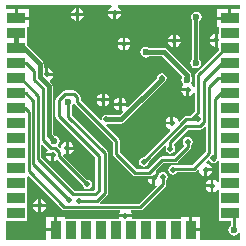
<source format=gtl>
G04*
G04 #@! TF.GenerationSoftware,Altium Limited,Altium Designer,18.0.11 (651)*
G04*
G04 Layer_Physical_Order=1*
G04 Layer_Color=255*
%FSAX44Y44*%
%MOMM*%
G71*
G01*
G75*
%ADD15R,1.5000X0.9000*%
%ADD16R,1.5000X0.9500*%
%ADD17R,0.9500X1.5000*%
%ADD18C,0.2540*%
%ADD19C,0.4000*%
%ADD20C,0.3500*%
%ADD21C,0.2500*%
%ADD22C,0.5000*%
%ADD23C,0.6000*%
G36*
X01068832Y00918718D02*
Y00915500D01*
X01061446D01*
Y00908000D01*
X01060196D01*
Y00906750D01*
X01049696D01*
Y00900500D01*
X01051196D01*
Y00895644D01*
X01049946Y00894668D01*
Y00889289D01*
Y00883910D01*
X01051196Y00882934D01*
Y00881061D01*
X01031753Y00861618D01*
X01031141Y00860702D01*
X01030926Y00859621D01*
X01030926Y00859621D01*
Y00850443D01*
X01029656Y00850058D01*
X01028715Y00851465D01*
X01027905Y00852007D01*
X01026994Y00852756D01*
X01027989Y00854244D01*
X01028338Y00856000D01*
X01027989Y00857756D01*
X01027319Y00858759D01*
Y00860000D01*
X01027047Y00861366D01*
X01026273Y00862523D01*
X01007023Y00881773D01*
X01005866Y00882547D01*
X01004500Y00882819D01*
X00992009D01*
X00991006Y00883489D01*
X00989250Y00883838D01*
X00987494Y00883489D01*
X00986006Y00882494D01*
X00985011Y00881006D01*
X00984662Y00879250D01*
X00985011Y00877494D01*
X00986006Y00876006D01*
X00987494Y00875011D01*
X00989250Y00874662D01*
X00991006Y00875011D01*
X00992009Y00875681D01*
X01003022D01*
X01020086Y00858617D01*
X01019511Y00857756D01*
X01019162Y00856000D01*
X01019511Y00854244D01*
X01020506Y00852756D01*
X01020588Y00852701D01*
X01020589Y00851172D01*
X01019569Y00849646D01*
X01019391Y00848750D01*
X01024750D01*
Y00847500D01*
X01026000D01*
Y00842141D01*
X01026896Y00842319D01*
X01028715Y00843535D01*
X01029656Y00844942D01*
X01030926Y00844557D01*
Y00829670D01*
X01026330Y00825074D01*
X01023500D01*
X01022419Y00824859D01*
X01021503Y00824247D01*
X01021503Y00824247D01*
X01017752Y00820496D01*
X01016536Y00820865D01*
X01016431Y00821396D01*
X01015215Y00823215D01*
X01013396Y00824431D01*
X01012500Y00824609D01*
Y00819250D01*
X01011250D01*
Y00818000D01*
X01005891D01*
X01006069Y00817104D01*
X01007285Y00815285D01*
X01009104Y00814069D01*
X01009635Y00813963D01*
X01010004Y00812748D01*
X00987570Y00790314D01*
X00987500Y00790328D01*
X00985939Y00790018D01*
X00984616Y00789134D01*
X00983732Y00787811D01*
X00983422Y00786250D01*
X00983732Y00784689D01*
X00984616Y00783366D01*
X00985939Y00782482D01*
X00987500Y00782172D01*
X00989061Y00782482D01*
X00990384Y00783366D01*
X00991268Y00784689D01*
X00991578Y00786250D01*
X00991564Y00786320D01*
X01005510Y00800266D01*
X01006496Y00799456D01*
X01006232Y00799061D01*
X01005922Y00797500D01*
X01006232Y00795939D01*
X01007116Y00794616D01*
X01008439Y00793732D01*
X01010000Y00793422D01*
X01011561Y00793732D01*
X01012884Y00794616D01*
X01013768Y00795939D01*
X01014078Y00797500D01*
X01013768Y00799061D01*
X01012884Y00800384D01*
X01012824Y00800424D01*
Y00801867D01*
X01024508Y00813551D01*
X01034875D01*
X01034875Y00813551D01*
X01035956Y00813766D01*
X01036872Y00814378D01*
X01038752Y00816258D01*
X01039926Y00815772D01*
Y00794623D01*
X01028627Y00783324D01*
X01013768D01*
X01012299Y00783616D01*
X01010739Y00783306D01*
X01009416Y00782422D01*
X01008531Y00781099D01*
X01008221Y00779538D01*
X01008531Y00777977D01*
X01009416Y00776654D01*
X01010739Y00775770D01*
X01012299Y00775460D01*
X01013860Y00775770D01*
X01015183Y00776654D01*
X01015866Y00777676D01*
X01029797D01*
X01029797Y00777676D01*
X01030878Y00777891D01*
X01031794Y00778503D01*
X01032922Y00779631D01*
X01034258Y00779170D01*
X01034569Y00777604D01*
X01035785Y00775785D01*
X01037604Y00774569D01*
X01038500Y00774391D01*
Y00779750D01*
X01039750D01*
Y00781000D01*
X01045109D01*
X01044931Y00781896D01*
X01043715Y00783715D01*
X01041896Y00784931D01*
X01040330Y00785242D01*
X01039869Y00786578D01*
X01041527Y00788235D01*
X01042950Y00787863D01*
X01043616Y00786866D01*
X01044478Y00786290D01*
X01044503Y00786253D01*
X01045419Y00785641D01*
X01046500Y00785426D01*
X01047581Y00785641D01*
X01048497Y00786253D01*
X01048560Y00786315D01*
X01049384Y00786866D01*
X01049926Y00787678D01*
X01051196Y00787450D01*
Y00787250D01*
X01051196D01*
Y00774750D01*
X01051196D01*
Y00774550D01*
X01051196D01*
Y00769287D01*
X01049926Y00768902D01*
X01049215Y00769965D01*
X01047396Y00771181D01*
X01046500Y00771359D01*
Y00766000D01*
Y00760641D01*
X01047396Y00760819D01*
X01049215Y00762035D01*
X01049362Y00762255D01*
X01050939Y00762329D01*
X01051196Y00762050D01*
Y00761850D01*
X01051196D01*
Y00749350D01*
X01051196D01*
Y00749150D01*
X01051196D01*
Y00736650D01*
X01060926D01*
Y00732025D01*
X01060506Y00731744D01*
X01059511Y00730256D01*
X01059162Y00728500D01*
X01059511Y00726744D01*
X01060506Y00725256D01*
X01061994Y00724261D01*
X01063750Y00723912D01*
X01065506Y00724261D01*
X01066994Y00725256D01*
X01067562Y00726105D01*
X01068832Y00725720D01*
Y00720090D01*
X01034846D01*
Y00727650D01*
X01027096D01*
Y00728900D01*
X01025846D01*
Y00739400D01*
X01019346D01*
Y00737900D01*
X01008146D01*
Y00737900D01*
X01007946D01*
Y00737900D01*
X00995446D01*
Y00737900D01*
X00995246D01*
Y00737900D01*
X00982746D01*
Y00737900D01*
X00982546D01*
Y00737900D01*
X00978122D01*
X00977293Y00739170D01*
X00977359Y00739500D01*
X00966641D01*
X00966707Y00739170D01*
X00965878Y00737900D01*
X00957346D01*
Y00737900D01*
X00957146D01*
Y00737900D01*
X00944646D01*
Y00737900D01*
X00944446D01*
Y00737900D01*
X00931946D01*
Y00737900D01*
X00931746D01*
Y00737900D01*
X00920546D01*
Y00739400D01*
X00914046D01*
Y00728900D01*
X00912796D01*
Y00727650D01*
X00905046D01*
Y00720090D01*
X00870712D01*
Y00736650D01*
X00888696D01*
Y00749150D01*
X00888696D01*
Y00749350D01*
X00888696D01*
Y00761850D01*
X00888696D01*
Y00762050D01*
X00888696D01*
Y00773764D01*
X00889966Y00774290D01*
X00918023Y00746233D01*
X00918023Y00746233D01*
X00918939Y00745621D01*
X00920020Y00745406D01*
X00966969D01*
X00967647Y00744136D01*
X00966819Y00742896D01*
X00966641Y00742000D01*
X00977359D01*
X00977181Y00742896D01*
X00976352Y00744136D01*
X00977031Y00745406D01*
X00984480D01*
X00984480Y00745406D01*
X00985561Y00745621D01*
X00986477Y00746233D01*
X01005497Y00765253D01*
X01006109Y00766169D01*
X01006324Y00767250D01*
X01006324Y00767250D01*
Y00770826D01*
X01006384Y00770866D01*
X01007268Y00772189D01*
X01007578Y00773750D01*
X01007268Y00775311D01*
X01006384Y00776634D01*
X01005061Y00777518D01*
X01003500Y00777828D01*
X01001939Y00777518D01*
X01001260Y00777064D01*
X00999965Y00776715D01*
X00998491Y00777701D01*
X00998125Y00779131D01*
X01004420Y00785426D01*
X01014203D01*
X01014203Y00785426D01*
X01015284Y00785641D01*
X01016200Y00786253D01*
X01026797Y00796850D01*
X01026797Y00796850D01*
X01027409Y00797766D01*
X01027624Y00798847D01*
X01027624Y00798847D01*
Y00800366D01*
X01027684Y00800405D01*
X01028568Y00801729D01*
X01028878Y00803289D01*
X01028568Y00804850D01*
X01027684Y00806173D01*
X01026361Y00807057D01*
X01024800Y00807367D01*
X01023239Y00807057D01*
X01021916Y00806173D01*
X01021032Y00804850D01*
X01020722Y00803289D01*
X01021032Y00801729D01*
X01021916Y00800405D01*
X01021269Y00799310D01*
X01013033Y00791074D01*
X01003250D01*
X01003250Y00791074D01*
X01002169Y00790859D01*
X01001253Y00790247D01*
X00991080Y00780074D01*
X00981420D01*
X00967074Y00794420D01*
Y00804250D01*
X00966859Y00805331D01*
X00966247Y00806247D01*
X00966247Y00806247D01*
X00955557Y00816937D01*
X00955623Y00817358D01*
X00956057Y00818233D01*
X00957311Y00818482D01*
X00957609Y00818681D01*
X00968500D01*
X00969866Y00818953D01*
X00971023Y00819727D01*
X01005273Y00853977D01*
X01005453Y00854245D01*
X01005634Y00854366D01*
X01006518Y00855689D01*
X01006828Y00857250D01*
X01006518Y00858811D01*
X01005634Y00860134D01*
X01004311Y00861018D01*
X01002750Y00861328D01*
X01001189Y00861018D01*
X00999866Y00860134D01*
X00998982Y00858811D01*
X00998726Y00857523D01*
X00973770Y00832567D01*
X00973268Y00832815D01*
X00972723Y00833316D01*
X00972859Y00834000D01*
X00968750D01*
Y00829891D01*
X00969434Y00830027D01*
X00969935Y00829482D01*
X00970183Y00828980D01*
X00967022Y00825819D01*
X00957609D01*
X00957311Y00826018D01*
X00955750Y00826328D01*
X00954189Y00826018D01*
X00952866Y00825134D01*
X00951982Y00823811D01*
X00951733Y00822557D01*
X00950858Y00822123D01*
X00950437Y00822057D01*
X00934074Y00838420D01*
Y00841250D01*
X00933859Y00842331D01*
X00933247Y00843247D01*
X00930497Y00845997D01*
X00929581Y00846609D01*
X00928500Y00846824D01*
X00928500Y00846824D01*
X00920761D01*
X00920761Y00846824D01*
X00919681Y00846609D01*
X00918764Y00845997D01*
X00913503Y00840736D01*
X00912891Y00839819D01*
X00912676Y00838739D01*
X00912676Y00838738D01*
Y00825000D01*
X00912676Y00825000D01*
X00912891Y00823919D01*
X00913503Y00823003D01*
X00946426Y00790080D01*
Y00763170D01*
X00944850Y00761594D01*
X00928900D01*
X00900830Y00789664D01*
Y00800266D01*
X00902004Y00800752D01*
X00906285Y00796471D01*
X00906285Y00796465D01*
X00905069Y00794646D01*
X00904891Y00793750D01*
X00910250D01*
Y00792500D01*
X00911500D01*
Y00787141D01*
X00912396Y00787319D01*
X00914215Y00788535D01*
X00914221Y00788535D01*
X00935436Y00767320D01*
X00935422Y00767250D01*
X00935732Y00765689D01*
X00936616Y00764366D01*
X00937939Y00763482D01*
X00939500Y00763172D01*
X00941061Y00763482D01*
X00942384Y00764366D01*
X00943268Y00765689D01*
X00943578Y00767250D01*
X00943268Y00768811D01*
X00942384Y00770134D01*
X00941061Y00771018D01*
X00939500Y00771328D01*
X00939430Y00771314D01*
X00919021Y00791723D01*
X00919105Y00792293D01*
X00920480Y00792902D01*
X00920604Y00792819D01*
X00921500Y00792641D01*
Y00798000D01*
Y00803359D01*
X00920604Y00803181D01*
X00918785Y00801965D01*
X00917569Y00800146D01*
X00917283Y00798710D01*
X00916139Y00798363D01*
X00915120Y00799165D01*
X00914994Y00800506D01*
X00915989Y00801994D01*
X00916338Y00803750D01*
X00915989Y00805506D01*
X00914994Y00806994D01*
X00913506Y00807989D01*
X00912322Y00808224D01*
X00910385Y00810162D01*
Y00850449D01*
X00910113Y00851814D01*
X00909339Y00852972D01*
X00908057Y00854254D01*
X00908231Y00855877D01*
X00909215Y00856535D01*
X00910431Y00858354D01*
X00910609Y00859250D01*
X00905250D01*
Y00860500D01*
X00904000D01*
Y00865948D01*
X00902819Y00866901D01*
Y00869000D01*
X00902547Y00870366D01*
X00901773Y00871523D01*
X00888696Y00884601D01*
Y00888600D01*
X00888696D01*
Y00889300D01*
X00888696D01*
Y00900500D01*
X00890196D01*
Y00906750D01*
X00879696D01*
Y00908000D01*
X00878446D01*
Y00915500D01*
X00870712D01*
Y00918972D01*
X00959876D01*
X00960262Y00917702D01*
X00958785Y00916715D01*
X00957569Y00914896D01*
X00957391Y00914000D01*
X00968109D01*
X00967931Y00914896D01*
X00966715Y00916715D01*
X00965238Y00917702D01*
X00965624Y00918972D01*
X01068578D01*
X01068832Y00918718D01*
D02*
G37*
G36*
X00929253Y00835253D02*
X00961426Y00803080D01*
Y00793250D01*
X00961426Y00793250D01*
X00961641Y00792169D01*
X00962253Y00791253D01*
X00978253Y00775253D01*
X00978253Y00775253D01*
X00979169Y00774641D01*
X00980250Y00774426D01*
X00980250Y00774426D01*
X00989725D01*
X00990074Y00774000D01*
X00996000D01*
Y00772750D01*
X00997250D01*
Y00766996D01*
X00998244Y00766294D01*
X00998284Y00766028D01*
X00983310Y00751054D01*
X00950816D01*
X00950290Y00752324D01*
X00956233Y00758267D01*
X00956840Y00759177D01*
X00957054Y00760250D01*
Y00793750D01*
X00956840Y00794823D01*
X00956233Y00795733D01*
X00926293Y00825673D01*
Y00833711D01*
X00926734Y00834006D01*
X00927647Y00835371D01*
X00928306Y00835529D01*
X00929039Y00835573D01*
X00929253Y00835253D01*
D02*
G37*
%LPC*%
G36*
X00932500Y00916609D02*
Y00912500D01*
X00936609D01*
X00936431Y00913396D01*
X00935215Y00915215D01*
X00933396Y00916431D01*
X00932500Y00916609D01*
D02*
G37*
G36*
X00930000D02*
X00929104Y00916431D01*
X00927285Y00915215D01*
X00926069Y00913396D01*
X00925891Y00912500D01*
X00930000D01*
Y00916609D01*
D02*
G37*
G36*
X01058946Y00915500D02*
X01049696D01*
Y00909250D01*
X01058946D01*
Y00915500D01*
D02*
G37*
G36*
X00890196D02*
X00880946D01*
Y00909250D01*
X00890196D01*
Y00915500D01*
D02*
G37*
G36*
X00968109Y00911500D02*
X00964000D01*
Y00907391D01*
X00964896Y00907569D01*
X00966715Y00908785D01*
X00967931Y00910604D01*
X00968109Y00911500D01*
D02*
G37*
G36*
X00961500D02*
X00957391D01*
X00957569Y00910604D01*
X00958785Y00908785D01*
X00960604Y00907569D01*
X00961500Y00907391D01*
Y00911500D01*
D02*
G37*
G36*
X00936609Y00910000D02*
X00932500D01*
Y00905891D01*
X00933396Y00906069D01*
X00935215Y00907285D01*
X00936431Y00909104D01*
X00936609Y00910000D01*
D02*
G37*
G36*
X00930000D02*
X00925891D01*
X00926069Y00909104D01*
X00927285Y00907285D01*
X00929104Y00906069D01*
X00930000Y00905891D01*
Y00910000D01*
D02*
G37*
G36*
X01047446Y00894648D02*
X01046550Y00894470D01*
X01044731Y00893254D01*
X01043515Y00891435D01*
X01043337Y00890539D01*
X01047446D01*
Y00894648D01*
D02*
G37*
G36*
X01014500Y00894109D02*
Y00890000D01*
X01018609D01*
X01018431Y00890896D01*
X01017215Y00892715D01*
X01015396Y00893931D01*
X01014500Y00894109D01*
D02*
G37*
G36*
X01012000D02*
X01011104Y00893931D01*
X01009285Y00892715D01*
X01008069Y00890896D01*
X01007891Y00890000D01*
X01012000D01*
Y00894109D01*
D02*
G37*
G36*
X00972000Y00891609D02*
Y00887500D01*
X00976109D01*
X00975931Y00888396D01*
X00974715Y00890215D01*
X00972896Y00891431D01*
X00972000Y00891609D01*
D02*
G37*
G36*
X00969500D02*
X00968604Y00891431D01*
X00966785Y00890215D01*
X00965569Y00888396D01*
X00965391Y00887500D01*
X00969500D01*
Y00891609D01*
D02*
G37*
G36*
X01047446Y00888039D02*
X01043337D01*
X01043515Y00887143D01*
X01044731Y00885324D01*
X01046550Y00884108D01*
X01047446Y00883930D01*
Y00888039D01*
D02*
G37*
G36*
X01018609Y00887500D02*
X01014500D01*
Y00883391D01*
X01015396Y00883569D01*
X01017215Y00884785D01*
X01018431Y00886604D01*
X01018609Y00887500D01*
D02*
G37*
G36*
X01012000D02*
X01007891D01*
X01008069Y00886604D01*
X01009285Y00884785D01*
X01011104Y00883569D01*
X01012000Y00883391D01*
Y00887500D01*
D02*
G37*
G36*
X00976109Y00885000D02*
X00972000D01*
Y00880891D01*
X00972896Y00881069D01*
X00974715Y00882285D01*
X00975931Y00884104D01*
X00976109Y00885000D01*
D02*
G37*
G36*
X00969500D02*
X00965391D01*
X00965569Y00884104D01*
X00966785Y00882285D01*
X00968604Y00881069D01*
X00969500Y00880891D01*
Y00885000D01*
D02*
G37*
G36*
X01032000Y00913588D02*
X01030244Y00913239D01*
X01028756Y00912244D01*
X01027761Y00910756D01*
X01027412Y00909000D01*
X01027761Y00907244D01*
X01027987Y00906907D01*
Y00873183D01*
X01027061Y00871798D01*
X01026712Y00870042D01*
X01027061Y00868287D01*
X01028056Y00866798D01*
X01029545Y00865804D01*
X01031300Y00865454D01*
X01033056Y00865804D01*
X01034545Y00866798D01*
X01035539Y00868287D01*
X01035889Y00870042D01*
X01035539Y00871798D01*
X01034614Y00873183D01*
Y00905334D01*
X01035244Y00905756D01*
X01036239Y00907244D01*
X01036588Y00909000D01*
X01036239Y00910756D01*
X01035244Y00912244D01*
X01033756Y00913239D01*
X01032000Y00913588D01*
D02*
G37*
G36*
X00906500Y00865859D02*
Y00861750D01*
X00910609D01*
X00910431Y00862646D01*
X00909215Y00864465D01*
X00907396Y00865681D01*
X00906500Y00865859D01*
D02*
G37*
G36*
X01023500Y00846250D02*
X01019391D01*
X01019569Y00845354D01*
X01020785Y00843535D01*
X01022604Y00842319D01*
X01023500Y00842141D01*
Y00846250D01*
D02*
G37*
G36*
X00954250Y00844109D02*
Y00840000D01*
X00958359D01*
X00958181Y00840896D01*
X00956965Y00842715D01*
X00955146Y00843931D01*
X00954250Y00844109D01*
D02*
G37*
G36*
X00951750D02*
X00950854Y00843931D01*
X00949035Y00842715D01*
X00947819Y00840896D01*
X00947641Y00840000D01*
X00951750D01*
Y00844109D01*
D02*
G37*
G36*
X00968750Y00840609D02*
Y00836500D01*
X00972859D01*
X00972681Y00837396D01*
X00971465Y00839215D01*
X00969646Y00840431D01*
X00968750Y00840609D01*
D02*
G37*
G36*
X00966250D02*
X00965354Y00840431D01*
X00963535Y00839215D01*
X00962319Y00837396D01*
X00962141Y00836500D01*
X00966250D01*
Y00840609D01*
D02*
G37*
G36*
X00958359Y00837500D02*
X00954250D01*
Y00833391D01*
X00955146Y00833569D01*
X00956965Y00834785D01*
X00958181Y00836604D01*
X00958359Y00837500D01*
D02*
G37*
G36*
X00951750D02*
X00947641D01*
X00947819Y00836604D01*
X00949035Y00834785D01*
X00950854Y00833569D01*
X00951750Y00833391D01*
Y00837500D01*
D02*
G37*
G36*
X00966250Y00834000D02*
X00962141D01*
X00962319Y00833104D01*
X00963535Y00831285D01*
X00965354Y00830069D01*
X00966250Y00829891D01*
Y00834000D01*
D02*
G37*
G36*
X01010000Y00824609D02*
X01009104Y00824431D01*
X01007285Y00823215D01*
X01006069Y00821396D01*
X01005891Y00820500D01*
X01010000D01*
Y00824609D01*
D02*
G37*
G36*
X00924000Y00803359D02*
Y00799250D01*
X00928109D01*
X00927931Y00800146D01*
X00926715Y00801965D01*
X00924896Y00803181D01*
X00924000Y00803359D01*
D02*
G37*
G36*
X00928109Y00796750D02*
X00924000D01*
Y00792641D01*
X00924896Y00792819D01*
X00926715Y00794035D01*
X00927931Y00795854D01*
X00928109Y00796750D01*
D02*
G37*
G36*
X00909000Y00791250D02*
X00904891D01*
X00905069Y00790354D01*
X00906285Y00788535D01*
X00908104Y00787319D01*
X00909000Y00787141D01*
Y00791250D01*
D02*
G37*
G36*
X01045109Y00778500D02*
X01041000D01*
Y00774391D01*
X01041896Y00774569D01*
X01043715Y00775785D01*
X01044931Y00777604D01*
X01045109Y00778500D01*
D02*
G37*
G36*
X01044000Y00771359D02*
X01043104Y00771181D01*
X01041285Y00769965D01*
X01040069Y00768146D01*
X01039891Y00767250D01*
X01044000D01*
Y00771359D01*
D02*
G37*
G36*
Y00764750D02*
X01039891D01*
X01040069Y00763854D01*
X01041285Y00762035D01*
X01043104Y00760819D01*
X01044000Y00760641D01*
Y00764750D01*
D02*
G37*
G36*
X00900500Y00754859D02*
Y00750750D01*
X00904609D01*
X00904431Y00751646D01*
X00903215Y00753465D01*
X00901396Y00754681D01*
X00900500Y00754859D01*
D02*
G37*
G36*
X00898000D02*
X00897104Y00754681D01*
X00895285Y00753465D01*
X00894069Y00751646D01*
X00893891Y00750750D01*
X00898000D01*
Y00754859D01*
D02*
G37*
G36*
X00904609Y00748250D02*
X00900500D01*
Y00744141D01*
X00901396Y00744319D01*
X00903215Y00745535D01*
X00904431Y00747354D01*
X00904609Y00748250D01*
D02*
G37*
G36*
X00898000D02*
X00893891D01*
X00894069Y00747354D01*
X00895285Y00745535D01*
X00897104Y00744319D01*
X00898000Y00744141D01*
Y00748250D01*
D02*
G37*
G36*
X01034846Y00739400D02*
X01028346D01*
Y00730150D01*
X01034846D01*
Y00739400D01*
D02*
G37*
G36*
X00911546D02*
X00905046D01*
Y00730150D01*
X00911546D01*
Y00739400D01*
D02*
G37*
G36*
X00994750Y00771500D02*
X00990641D01*
X00990819Y00770604D01*
X00992035Y00768785D01*
X00993854Y00767569D01*
X00994750Y00767391D01*
Y00771500D01*
D02*
G37*
%LPD*%
D15*
X01060196Y00908000D02*
D03*
Y00895300D02*
D03*
Y00882600D02*
D03*
X00879696D02*
D03*
Y00895300D02*
D03*
Y00908000D02*
D03*
D16*
X01060196Y00869900D02*
D03*
Y00857200D02*
D03*
Y00844500D02*
D03*
Y00831800D02*
D03*
Y00819100D02*
D03*
Y00806400D02*
D03*
Y00793700D02*
D03*
Y00781000D02*
D03*
Y00768300D02*
D03*
Y00755600D02*
D03*
Y00742900D02*
D03*
X00879696D02*
D03*
Y00755600D02*
D03*
Y00768300D02*
D03*
Y00781000D02*
D03*
Y00793700D02*
D03*
Y00806400D02*
D03*
Y00819100D02*
D03*
Y00831800D02*
D03*
Y00844500D02*
D03*
Y00857200D02*
D03*
Y00869900D02*
D03*
D17*
X01027096Y00728900D02*
D03*
X01014396D02*
D03*
X01001696D02*
D03*
X00988996D02*
D03*
X00976296D02*
D03*
X00963596D02*
D03*
X00950896D02*
D03*
X00938196D02*
D03*
X00925496D02*
D03*
X00912796D02*
D03*
D18*
X01023500Y00822250D02*
X01033000D01*
X01038500Y00820000D02*
Y00855000D01*
X01034875Y00816375D02*
X01038500Y00820000D01*
X01042750Y00793453D02*
Y00850000D01*
X01047500Y00789250D02*
Y00839250D01*
X01024800Y00798847D02*
Y00803289D01*
X01014203Y00788250D02*
X01024800Y00798847D01*
X00987500Y00786250D02*
X01023500Y00822250D01*
X01010000Y00797500D02*
Y00803037D01*
X01023338Y00816375D01*
X01034875D01*
X01033750Y00859621D02*
X01056729Y00882600D01*
X01060196D01*
X01059196Y00843500D02*
X01060196Y00844500D01*
X01059770Y00859000D02*
X01061322Y00860552D01*
X01052750Y00844500D02*
X01060196D01*
X01047500Y00839250D02*
X01052750Y00844500D01*
X01060196Y00742900D02*
X01063750Y00739346D01*
Y00728500D02*
Y00739346D01*
X01053400Y00869900D02*
X01060196D01*
X01049950Y00857200D02*
X01060196D01*
X01042750Y00850000D02*
X01049950Y00857200D01*
X01038500Y00855000D02*
X01053400Y00869900D01*
X01046500Y00788250D02*
Y00789750D01*
Y00788250D02*
X01047500Y00789250D01*
X01033750Y00828500D02*
Y00859621D01*
X01028250Y00823000D02*
X01033750Y00828500D01*
X00931250Y00837250D02*
Y00841250D01*
X00879696Y00869900D02*
X00888100D01*
X00894480Y00856039D02*
Y00863520D01*
X00888100Y00869900D02*
X00894480Y00863520D01*
X00908980Y00797770D02*
X00912433D01*
X00915520Y00794683D01*
Y00791230D02*
Y00794683D01*
Y00791230D02*
X00939500Y00767250D01*
X00879696Y00857200D02*
X00883163D01*
X00920020Y00748230D02*
X00984480D01*
X00889966Y00778284D02*
X00920020Y00748230D01*
X00902046Y00804704D02*
X00908980Y00797770D01*
X00902046Y00804704D02*
Y00848473D01*
X00898006Y00788494D02*
Y00842357D01*
X00883163Y00857200D02*
X00898006Y00842357D01*
X00894480Y00856039D02*
X00902046Y00848473D01*
X00889966Y00778284D02*
Y00824000D01*
X00889966Y00824000D01*
Y00828750D01*
X00886916Y00831800D02*
X00889966Y00828750D01*
X00879696Y00831800D02*
X00886916D01*
X00984480Y00748230D02*
X01003500Y00767250D01*
Y00773750D01*
X00980250Y00777250D02*
X00992250D01*
X01003250Y00788250D01*
X01014203D01*
X01029797Y00780500D02*
X01042750Y00793453D01*
X00996000Y00772750D02*
Y00773703D01*
X00998621Y00776324D01*
Y00777908D01*
X01000713Y00780000D01*
X00964250Y00793250D02*
X00980250Y00777250D01*
X00964250Y00793250D02*
Y00804250D01*
X00931250Y00837250D02*
X00964250Y00804250D01*
X00949250Y00762000D02*
Y00791250D01*
X00928500Y00844000D02*
X00931250Y00841250D01*
X00915500Y00825000D02*
X00949250Y00791250D01*
X00915500Y00825000D02*
Y00838739D01*
X00920761Y00844000D01*
X00928500D01*
X01012299Y00779538D02*
X01013261Y00780500D01*
X01029797D01*
X00927730Y00758770D02*
X00946020D01*
X00949250Y00762000D01*
X00898006Y00788494D02*
X00927730Y00758770D01*
D19*
X00968500Y00822250D02*
X01002750Y00856500D01*
X00955750Y00822250D02*
X00968500D01*
X01002750Y00856500D02*
Y00857250D01*
X00989250Y00879250D02*
X01004500D01*
X00879696Y00882600D02*
X00885650D01*
X00879268Y00887506D02*
Y00894750D01*
X01023750Y00856000D02*
Y00860000D01*
X01004500Y00879250D02*
X01023750Y00860000D01*
X00899250Y00858015D02*
Y00869000D01*
X00885650Y00882600D02*
X00899250Y00869000D01*
X00906816Y00808684D02*
X00911750Y00803750D01*
X00906816Y00808684D02*
Y00850449D01*
X00899250Y00858015D02*
X00906816Y00850449D01*
D20*
X01031300Y00870042D02*
Y00908300D01*
X01032000Y00909000D01*
D21*
X00879696Y00844500D02*
X00887750D01*
X00893986Y00784264D02*
X00924500Y00753750D01*
X00893986Y00784264D02*
Y00838264D01*
X00887750Y00844500D02*
X00893986Y00838264D01*
X00932250Y00753500D02*
X00947500D01*
X00954250Y00760250D01*
X00923489Y00824511D02*
Y00837250D01*
Y00824511D02*
X00954250Y00793750D01*
Y00760250D02*
Y00793750D01*
D22*
X01024750Y00847500D02*
D03*
X01033000Y00822250D02*
D03*
X01024800Y00803289D02*
D03*
X01011250Y00819250D02*
D03*
X01010000Y00797500D02*
D03*
X00996000Y00772750D02*
D03*
X00987500Y00786250D02*
D03*
X01002750Y00857250D02*
D03*
X00967500Y00835250D02*
D03*
X00953000Y00838750D02*
D03*
X00972000Y00740750D02*
D03*
X00955750Y00822250D02*
D03*
X00899250Y00749500D02*
D03*
X00970750Y00886250D02*
D03*
X00931250Y00911250D02*
D03*
X00962750Y00912750D02*
D03*
X01013250Y00888750D02*
D03*
X00905250Y00860500D02*
D03*
X01048696Y00889289D02*
D03*
X00910250Y00792500D02*
D03*
X00939500Y00767250D02*
D03*
X00922750Y00798000D02*
D03*
X00932250Y00753500D02*
D03*
X00924500Y00753750D02*
D03*
X01046500Y00789750D02*
D03*
X01039750Y00779750D02*
D03*
X01003500Y00773750D02*
D03*
X01045250Y00766000D02*
D03*
X01012299Y00779538D02*
D03*
D23*
X00989250Y00879250D02*
D03*
X01032000Y00909000D02*
D03*
X01031300Y00870042D02*
D03*
X00911750Y00803750D02*
D03*
X01063750Y00728500D02*
D03*
X01023750Y00856000D02*
D03*
X00923490Y00837250D02*
D03*
M02*

</source>
